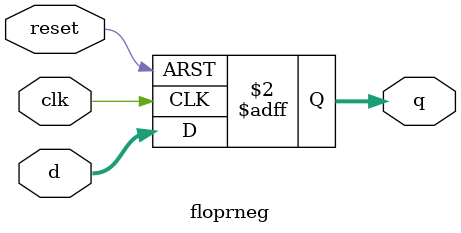
<source format=sv>
module floprneg #( parameter WIDTH = 8 )
				     ( input  logic clk, reset,
				       input  logic [WIDTH-1:0] d,
				       output logic [WIDTH-1:0] q );
always_ff @(negedge clk, posedge reset)
	if (reset) q <= 0;
	else q <= d;
endmodule 
</source>
